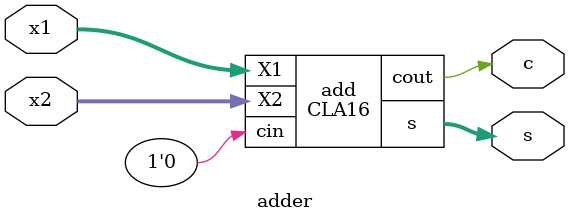
<source format=v>
/* ACM Class System (I) Fall Assignment 1 
 *
 *
 * Implement your naive adder here
 * 
 * GUIDE:
 *   1. Create a RTL project in Vivado
 *   2. Put this file into `Sources'
 *   3. Put `test_adder.v' into `Simulation Sources'
 *   4. Run Behavioral Simulation
 *   5. Make sure to run at least 100 steps during the simulation (usually 100ns)
 *   6. You can see the results in `Tcl console'
 *
 */


//要算P，G，PM，GM
module CLA(
        input [3:0] p, g,
        input cin,
        output [3:1] c,
        output cout, pm, gm
    );
    assign c[1] = g[0] | cin & p[0];
    assign c[2] = g[1] | g[0] & p[1] | cin  & (&p[1:0]);
    assign c[3] = g[2] | g[1] & p[2] | g[0] & (&p[2:1]) | cin  & (&p[2:0]);
    assign cout = g[3] | g[2] & p[3] | g[1] & (&p[3:2]) | g[0] & (&p[3:1]) | cin & (&p[3:0]);
	assign {gm,pm}={g[3] | g[2] & p[3] | g[1] & (&p[3:2]) | g[0] & (&p[3:1]),&p};
endmodule 


module CLA4(
        input [3:0] x1, x2,
        input cin,
        output [3:0] s,
        output cout, p, g
    );
    wire [3:0] P= x1 ^ x2;
    wire [3:0] G= x1 & x2;
    wire [3:1] c;
    CLA process(.p(P), .g(G), .c(c), .cin(cin), .cout(cout), .gm(g), .pm(p));
	assign s0 = {c,cin};
    assign s = P ^ s0;
endmodule //CLA4


module CLA16 (
        input [15:0] X1, X2,
        input cin,
        output [15:0] s,
        output cout, p, g
    );
    wire [3:0] G;
    wire [3:0] P;
    wire [3:1] c;
    CLA4 a0(.x1(X1[ 3: 0]), .x2(X2[ 3: 0]), .s(s[ 3: 0]), .cin(cin),  .p(P[0]), .g(G[0]));
    CLA4 a1(.x1(X1[ 7: 4]), .x2(X2[ 7: 4]), .s(s[ 7: 4]), .cin(c[1]), .p(P[1]), .g(G[1]));
    CLA4 a2(.x1(X1[11: 8]), .x2(X2[11: 8]), .s(s[11: 8]), .cin(c[2]), .p(P[2]), .g(G[2]));
    CLA4 a3(.x1(X1[15:12]), .x2(X2[15:12]), .s(s[15:12]), .cin(c[3]), .p(P[3]), .g(G[3]));
    CLA process(.p(P), .g(G), .c(c), .cin(cin), .cout(cout), .gm(g), .pm(p));
endmodule //CLA16

module adder(
        input       [15:0]          x1,
        input       [15:0]          x2,
        output      [15:0]          s,
        output                      c
    );
    CLA16 add(.X1(x1), .X2(x2), .s(s), .cin(1'b0), .cout(c));
endmodule 
//输出结果
</source>
